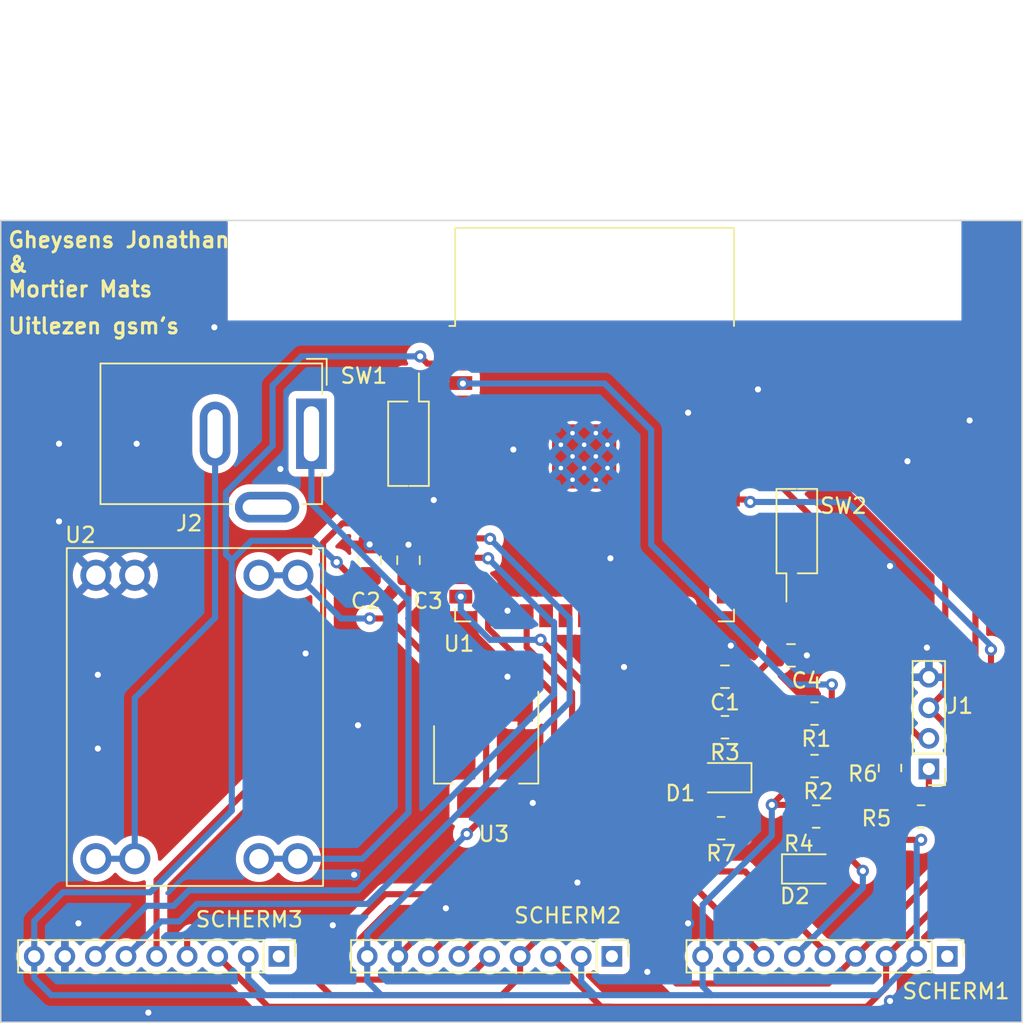
<source format=kicad_pcb>
(kicad_pcb (version 20221018) (generator pcbnew)
  (layers (0 "F.Cu" signal) (31 "B.Cu" signal) (34 "B.Paste" user) (35 "F.Paste" user) (36 "B.SilkS" user "B.Silkscreen") (37 "F.SilkS" user "F.Silkscreen") (38 "B.Mask" user) (39 "F.Mask" user) (44 "Edge.Cuts" user))
  (net 0 "")
  (net 1 "+3.3V")
  (net 2 "GND")
  (net 3 "VDD")
  (net 4 "Net-(D1-K)")
  (net 5 "GPIO2")
  (net 6 "Net-(D2-A)")
  (net 7 "RX0")
  (net 8 "TX0")
  (net 9 "Net-(J2-Pad1)")
  (net 10 "Net-(J2-Pad2)")
  (net 11 "/EN")
  (net 12 "GPIO0")
  (net 13 "GPIO5")
  (net 15 "GPIO18")
  (net 16 "GPIO23")
  (net 17 "GPIO4")
  (net 18 "GPIO15")
  (net 20 "GPIO14")
  (net 21 "GPIO12")
  (net 22 "GPIO13")
  (net 24 "GPIO25")
  (net 25 "GPIO26")
  (net 26 "GPIO27")
  (footprint "Resistor_SMD:R_0805_2012Metric_Pad1.20x1.40mm_HandSolder" (layer "F.Cu") (at 124.587 108.966 180)
    (fp_text reference "R7" (at 0 -1.65) (layer "F.SilkS"))
    (fp_text value "1K")
    (pad "1" smd roundrect (at -1 0 180) (size 1.2 1.4) (layers "F.Cu" "F.Paste" "F.Mask") (roundrect_rratio 0.208333) (net 4 "Net-(D1-K)"))
    (pad "2" smd roundrect (at 1 0 180) (size 1.2 1.4) (layers "F.Cu" "F.Paste" "F.Mask") (roundrect_rratio 0.208333) (net 2 "GND"))
  )
  (footprint "Resistor_SMD:R_0805_2012Metric_Pad1.20x1.40mm_HandSolder" (layer "F.Cu") (at 135.636 105.029 90)
    (fp_text reference "R6" (at -0.381 -1.778 180) (layer "F.SilkS"))
    (fp_text value "10K")
    (pad "1" smd roundrect (at -1 0 90) (size 1.2 1.4) (layers "F.Cu" "F.Paste" "F.Mask") (roundrect_rratio 0.208333) (net 1 "+3.3V"))
    (pad "2" smd roundrect (at 1 0 90) (size 1.2 1.4) (layers "F.Cu" "F.Paste" "F.Mask") (roundrect_rratio 0.208333) (net 13 "GPIO5"))
  )
  (footprint "Resistor_SMD:R_0805_2012Metric_Pad1.20x1.40mm_HandSolder" (layer "F.Cu") (at 124.841 102.362 180)
    (fp_text reference "R3" (at 0 -1.65) (layer "F.SilkS"))
    (fp_text value "10K")
    (pad "1" smd roundrect (at -1 0 180) (size 1.2 1.4) (layers "F.Cu" "F.Paste" "F.Mask") (roundrect_rratio 0.208333) (net 2 "GND"))
    (pad "2" smd roundrect (at 1 0 180) (size 1.2 1.4) (layers "F.Cu" "F.Paste" "F.Mask") (roundrect_rratio 0.208333) (net 5 "GPIO2"))
  )
  (footprint "Resistor_SMD:R_0805_2012Metric_Pad1.20x1.40mm_HandSolder" (layer "F.Cu") (at 130.699 101.473)
    (fp_text reference "R1" (at 0.111 1.651) (layer "F.SilkS"))
    (fp_text value "10K")
    (pad "1" smd roundrect (at -1 0) (size 1.2 1.4) (layers "F.Cu" "F.Paste" "F.Mask") (roundrect_rratio 0.208333) (net 1 "+3.3V"))
    (pad "2" smd roundrect (at 1 0) (size 1.2 1.4) (layers "F.Cu" "F.Paste" "F.Mask") (roundrect_rratio 0.208333) (net 11 "/EN"))
  )
  (footprint "LED_SMD:LED_0805_2012Metric_Pad1.15x1.40mm_HandSolder" (layer "F.Cu") (at 124.714 105.664 180)
    (fp_text reference "D1" (at 2.794 -1.016) (layer "F.SilkS"))
    (fp_text value "BLUE")
    (pad "1" smd roundrect (at -1.025 0 180) (size 1.15 1.4) (layers "F.Cu" "F.Paste" "F.Mask") (roundrect_rratio 0.217391) (net 4 "Net-(D1-K)"))
    (pad "2" smd roundrect (at 1.025 0 180) (size 1.15 1.4) (layers "F.Cu" "F.Paste" "F.Mask") (roundrect_rratio 0.217391) (net 5 "GPIO2"))
  )
  (footprint "Capacitor_SMD:C_0805_2012Metric_Pad1.18x1.45mm_HandSolder" (layer "F.Cu") (at 124.841 99.06 180)
    (fp_text reference "C1" (at 0 -1.68) (layer "F.SilkS"))
    (fp_text value "100uF/6.3V")
    (pad "1" smd roundrect (at -1.0375 0 180) (size 1.175 1.45) (layers "F.Cu" "F.Paste" "F.Mask") (roundrect_rratio 0.212766) (net 1 "+3.3V"))
    (pad "2" smd roundrect (at 1.0375 0 180) (size 1.175 1.45) (layers "F.Cu" "F.Paste" "F.Mask") (roundrect_rratio 0.212766) (net 2 "GND"))
  )
  (footprint "Capacitor_SMD:C_0805_2012Metric_Pad1.18x1.45mm_HandSolder" (layer "F.Cu") (at 104.14 91.44 90)
    (fp_text reference "C2" (at -2.667 -2.794 180) (layer "F.SilkS"))
    (fp_text value "10uF")
    (pad "1" smd roundrect (at -1.0375 0 90) (size 1.175 1.45) (layers "F.Cu" "F.Paste" "F.Mask") (roundrect_rratio 0.212766) (net 3 "VDD"))
    (pad "2" smd roundrect (at 1.0375 0 90) (size 1.175 1.45) (layers "F.Cu" "F.Paste" "F.Mask") (roundrect_rratio 0.212766) (net 2 "GND"))
  )
  (footprint "Connector_PinHeader_2.00mm:PinHeader_1x09_P2.00mm_Vertical" (layer "F.Cu") (at 95.661 117.348 -90)
    (fp_text reference "SCHERM3" (at -2.413 1.935 -180) (layer "F.SilkS"))
    (fp_text value "Conn_01x09_Pin")
    (pad "1" thru_hole rect (at 0 0 270) (size 1.35 1.35) (drill 0.8) (layers "*.Cu" "*.Mask"))
    (pad "2" thru_hole oval (at 0 2 270) (size 1.35 1.35) (drill 0.8) (layers "*.Cu" "*.Mask") (net 1 "+3.3V"))
    (pad "3" thru_hole oval (at 0 4 270) (size 1.35 1.35) (drill 0.8) (layers "*.Cu" "*.Mask") (net 15 "GPIO18"))
    (pad "4" thru_hole oval (at 0 6 270) (size 1.35 1.35) (drill 0.8) (layers "*.Cu" "*.Mask") (net 16 "GPIO23"))
    (pad "5" thru_hole oval (at 0 8 270) (size 1.35 1.35) (drill 0.8) (layers "*.Cu" "*.Mask") (net 24 "GPIO25"))
    (pad "6" thru_hole oval (at 0 10 270) (size 1.35 1.35) (drill 0.8) (layers "*.Cu" "*.Mask") (net 25 "GPIO26"))
    (pad "7" thru_hole oval (at 0 12 270) (size 1.35 1.35) (drill 0.8) (layers "*.Cu" "*.Mask") (net 26 "GPIO27"))
    (pad "8" thru_hole oval (at 0 14 270) (size 1.35 1.35) (drill 0.8) (layers "*.Cu" "*.Mask") (net 2 "GND"))
    (pad "9" thru_hole oval (at 0 16 270) (size 1.35 1.35) (drill 0.8) (layers "*.Cu" "*.Mask") (net 1 "+3.3V"))
  )
  (footprint "Resistor_SMD:R_0805_2012Metric_Pad1.20x1.40mm_HandSolder" (layer "F.Cu") (at 137.668 108.204)
    (fp_text reference "R5" (at -2.921 0.127) (layer "F.SilkS"))
    (fp_text value "10K")
    (pad "1" smd roundrect (at -1 0) (size 1.2 1.4) (layers "F.Cu" "F.Paste" "F.Mask") (roundrect_rratio 0.208333) (net 1 "+3.3V"))
    (pad "2" smd roundrect (at 1 0) (size 1.2 1.4) (layers "F.Cu" "F.Paste" "F.Mask") (roundrect_rratio 0.208333) (net 8 "TX0"))
  )
  (footprint "Resistor_SMD:R_0805_2012Metric_Pad1.20x1.40mm_HandSolder" (layer "F.Cu") (at 130.699 104.902)
    (fp_text reference "R2" (at 0.238 1.651) (layer "F.SilkS"))
    (fp_text value "10K")
    (pad "1" smd roundrect (at -1 0) (size 1.2 1.4) (layers "F.Cu" "F.Paste" "F.Mask") (roundrect_rratio 0.208333) (net 1 "+3.3V"))
    (pad "2" smd roundrect (at 1 0) (size 1.2 1.4) (layers "F.Cu" "F.Paste" "F.Mask") (roundrect_rratio 0.208333) (net 12 "GPIO0"))
  )
  (footprint "Library:U1584" (layer "F.Cu") (at 90.297 90.646)
    (fp_text reference "U2" (at -7.62 -0.857 unlocked) (layer "F.SilkS"))
    (fp_text value "MP1584")
    (pad "1" thru_hole circle (at -6.604 20.32) (size 2.032 2.032) (drill 1.27) (layers "*.Cu" "*.Mask") (net 10 "Net-(J2-Pad2)"))
    (pad "2" thru_hole circle (at -4.064 20.32) (size 2.032 2.032) (drill 1.27) (layers "*.Cu" "*.Mask") (net 10 "Net-(J2-Pad2)"))
    (pad "3" thru_hole circle (at 4.064 20.32) (size 2.032 2.032) (drill 1.27) (layers "*.Cu" "*.Mask") (net 9 "Net-(J2-Pad1)"))
    (pad "4" thru_hole circle (at 6.604 20.32) (size 2.032 2.032) (drill 1.27) (layers "*.Cu" "*.Mask") (net 9 "Net-(J2-Pad1)"))
    (pad "5" thru_hole circle (at 6.604 1.778) (size 2.032 2.032) (drill 1.27) (layers "*.Cu" "*.Mask") (net 3 "VDD"))
    (pad "6" thru_hole circle (at 4.064 1.778) (size 2.032 2.032) (drill 1.27) (layers "*.Cu" "*.Mask") (net 3 "VDD"))
    (pad "7" thru_hole circle (at -4.064 1.778) (size 2.032 2.032) (drill 1.27) (layers "*.Cu" "*.Mask") (net 2 "GND"))
    (pad "8" thru_hole circle (at -6.604 1.778) (size 2.032 2.032) (drill 1.27) (layers "*.Cu" "*.Mask") (net 2 "GND"))
  )
  (footprint "Connector_PinHeader_2.00mm:PinHeader_1x09_P2.00mm_Vertical" (layer "F.Cu") (at 139.381 117.348 -90)
    (fp_text reference "SCHERM1" (at 2.286 -0.573 -180) (layer "F.SilkS"))
    (fp_text value "Conn_01x09_Pin")
    (pad "1" thru_hole rect (at 0 0 270) (size 1.35 1.35) (drill 0.8) (layers "*.Cu" "*.Mask"))
    (pad "2" thru_hole oval (at 0 2 270) (size 1.35 1.35) (drill 0.8) (layers "*.Cu" "*.Mask") (net 1 "+3.3V"))
    (pad "3" thru_hole oval (at 0 4 270) (size 1.35 1.35) (drill 0.8) (layers "*.Cu" "*.Mask") (net 15 "GPIO18"))
    (pad "4" thru_hole oval (at 0 6 270) (size 1.35 1.35) (drill 0.8) (layers "*.Cu" "*.Mask") (net 16 "GPIO23"))
    (pad "5" thru_hole oval (at 0 8 270) (size 1.35 1.35) (drill 0.8) (layers "*.Cu" "*.Mask") (net 5 "GPIO2"))
    (pad "6" thru_hole oval (at 0 10 270) (size 1.35 1.35) (drill 0.8) (layers "*.Cu" "*.Mask") (net 17 "GPIO4"))
    (pad "7" thru_hole oval (at 0 12 270) (size 1.35 1.35) (drill 0.8) (layers "*.Cu" "*.Mask") (net 18 "GPIO15"))
    (pad "8" thru_hole oval (at 0 14 270) (size 1.35 1.35) (drill 0.8) (layers "*.Cu" "*.Mask") (net 2 "GND"))
    (pad "9" thru_hole oval (at 0 16 270) (size 1.35 1.35) (drill 0.8) (layers "*.Cu" "*.Mask") (net 1 "+3.3V"))
  )
  (footprint "Connector_PinHeader_2.00mm:PinHeader_1x04_P2.00mm_Vertical" (layer "F.Cu") (at 138.176 105.092 180)
    (fp_text reference "J1" (at -2.032 4.127) (layer "F.SilkS"))
    (fp_text value "Conn_01x04_Pin")
    (pad "1" thru_hole rect (at 0 0 180) (size 1.35 1.35) (drill 0.8) (layers "*.Cu" "*.Mask") (net 1 "+3.3V"))
    (pad "2" thru_hole oval (at 0 2 180) (size 1.35 1.35) (drill 0.8) (layers "*.Cu" "*.Mask") (net 7 "RX0"))
    (pad "3" thru_hole oval (at 0 4 180) (size 1.35 1.35) (drill 0.8) (layers "*.Cu" "*.Mask") (net 8 "TX0"))
    (pad "4" thru_hole oval (at 0 6 180) (size 1.35 1.35) (drill 0.8) (layers "*.Cu" "*.Mask") (net 2 "GND"))
  )
  (footprint "Capacitor_SMD:C_0805_2012Metric_Pad1.18x1.45mm_HandSolder" (layer "F.Cu") (at 129.159 97.663)
    (fp_text reference "C4" (at 1.016 1.651) (layer "F.SilkS"))
    (fp_text value "10uF")
    (pad "1" smd roundrect (at -1.0375 0) (size 1.175 1.45) (layers "F.Cu" "F.Paste" "F.Mask") (roundrect_rratio 0.212766) (net 1 "+3.3V"))
    (pad "2" smd roundrect (at 1.0375 0) (size 1.175 1.45) (layers "F.Cu" "F.Paste" "F.Mask") (roundrect_rratio 0.212766) (net 2 "GND"))
  )
  (footprint "Resistor_SMD:R_0805_2012Metric_Pad1.20x1.40mm_HandSolder" (layer "F.Cu") (at 130.81 108.204)
    (fp_text reference "R4" (at -1.143 1.778) (layer "F.SilkS"))
    (fp_text value "1K")
    (pad "1" smd roundrect (at -1 0) (size 1.2 1.4) (layers "F.Cu" "F.Paste" "F.Mask") (roundrect_rratio 0.208333) (net 1 "+3.3V"))
    (pad "2" smd roundrect (at 1 0) (size 1.2 1.4) (layers "F.Cu" "F.Paste" "F.Mask") (roundrect_rratio 0.208333) (net 6 "Net-(D2-A)"))
  )
  (footprint "Package_TO_SOT_SMD:SOT-223-3_TabPin2" (layer "F.Cu") (at 109.22 104.14 -90)
    (fp_text reference "U3" (at 5.207 -0.508 -180) (layer "F.SilkS"))
    (fp_text value "AMS1117-3.3")
    (pad "1" smd rect (at -3.15 -2.3 270) (size 2 1.5) (layers "F.Cu" "F.Paste" "F.Mask") (net 2 "GND"))
    (pad "2" smd rect (at -3.15 0 270) (size 2 1.5) (layers "F.Cu" "F.Paste" "F.Mask") (net 1 "+3.3V"))
    (pad "2" smd rect (at 3.15 0 270) (size 2 3.8) (layers "F.Cu" "F.Paste" "F.Mask") (net 1 "+3.3V"))
    (pad "3" smd rect (at -3.15 2.3 270) (size 2 1.5) (layers "F.Cu" "F.Paste" "F.Mask") (net 3 "VDD"))
  )
  (footprint "Button_Switch_SMD:SW_DIP_SPSTx01_Slide_Copal_CHS-01B_W7.62mm_P1.27mm" (layer "F.Cu") (at 129.54 89.535 90)
    (fp_text reference "SW2" (at 1.651 3.048 180) (layer "F.SilkS"))
    (fp_text value "FLASH")
    (pad "1" smd rect (at -3.81 0 90) (size 1.6 0.76) (layers "F.Cu" "F.Paste" "F.Mask") (net 12 "GPIO0"))
    (pad "2" smd rect (at 3.81 0 90) (size 1.6 0.76) (layers "F.Cu" "F.Paste" "F.Mask") (net 2 "GND"))
  )
  (footprint "Connector_BarrelJack:BarrelJack_GCT_DCJ200-10-A_Horizontal" (layer "F.Cu") (at 97.79 83.17 -90)
    (fp_text reference "J2" (at 5.857 8.001 -180) (layer "F.SilkS"))
    (fp_text value "Barrel_Jack")
    (pad "1" thru_hole rect (at 0 0 270) (size 4.6 2) (drill oval 3.6 1) (layers "*.Cu" "*.Mask") (net 9 "Net-(J2-Pad1)"))
    (pad "2" thru_hole oval (at 0 6.3 270) (size 4.2 2) (drill oval 3.2 1) (layers "*.Cu" "*.Mask") (net 10 "Net-(J2-Pad2)"))
    (pad "3" thru_hole oval (at 4.8 2.9 270) (size 2 4.2) (drill oval 1 3.2) (layers "*.Cu" "*.Mask"))
  )
  (footprint "Capacitor_SMD:C_0805_2012Metric_Pad1.18x1.45mm_HandSolder" (layer "F.Cu") (at 101.6 91.44 -90)
    (fp_text reference "C3" (at 2.667 -3.81 -180) (layer "F.SilkS"))
    (fp_text value "100nF")
    (pad "1" smd roundrect (at -1.0375 0 270) (size 1.175 1.45) (layers "F.Cu" "F.Paste" "F.Mask") (roundrect_rratio 0.212766) (net 2 "GND"))
    (pad "2" smd roundrect (at 1.0375 0 270) (size 1.175 1.45) (layers "F.Cu" "F.Paste" "F.Mask") (roundrect_rratio 0.212766) (net 1 "+3.3V"))
  )
  (footprint "RF_Module:ESP32-WROOM-32" (layer "F.Cu") (at 116.31 85.56)
    (fp_text reference "U1" (at -8.868 11.341 180) (layer "F.SilkS"))
    (fp_text value "ESP32-WROOM-32")
    (pad "1" smd rect (at -8.75 -8.25) (size 1.5 0.9) (layers "F.Cu" "F.Paste" "F.Mask") (net 2 "GND"))
    (pad "2" smd rect (at -8.75 -6.98) (size 1.5 0.9) (layers "F.Cu" "F.Paste" "F.Mask") (net 1 "+3.3V"))
    (pad "3" smd rect (at -8.75 -5.71) (size 1.5 0.9) (layers "F.Cu" "F.Paste" "F.Mask") (net 11 "/EN"))
    (pad "4" smd rect (at -8.75 -4.44) (size 1.5 0.9) (layers "F.Cu" "F.Paste" "F.Mask"))
    (pad "5" smd rect (at -8.75 -3.17) (size 1.5 0.9) (layers "F.Cu" "F.Paste" "F.Mask"))
    (pad "6" smd rect (at -8.75 -1.9) (size 1.5 0.9) (layers "F.Cu" "F.Paste" "F.Mask"))
    (pad "7" smd rect (at -8.75 -0.63) (size 1.5 0.9) (layers "F.Cu" "F.Paste" "F.Mask"))
    (pad "8" smd rect (at -8.75 0.64) (size 1.5 0.9) (layers "F.Cu" "F.Paste" "F.Mask"))
    (pad "9" smd rect (at -8.75 1.91) (size 1.5 0.9) (layers "F.Cu" "F.Paste" "F.Mask"))
    (pad "10" smd rect (at -8.75 3.18) (size 1.5 0.9) (layers "F.Cu" "F.Paste" "F.Mask") (net 24 "GPIO25"))
    (pad "11" smd rect (at -8.75 4.45) (size 1.5 0.9) (layers "F.Cu" "F.Paste" "F.Mask") (net 25 "GPIO26"))
    (pad "12" smd rect (at -8.75 5.72) (size 1.5 0.9) (layers "F.Cu" "F.Paste" "F.Mask") (net 26 "GPIO27"))
    (pad "13" smd rect (at -8.75 6.99) (size 1.5 0.9) (layers "F.Cu" "F.Paste" "F.Mask") (net 20 "GPIO14"))
    (pad "14" smd rect (at -8.75 8.26) (size 1.5 0.9) (layers "F.Cu" "F.Paste" "F.Mask") (net 21 "GPIO12"))
    (pad "15" smd rect (at -5.71 9.51 90) (size 1.5 0.9) (layers "F.Cu" "F.Paste" "F.Mask") (net 2 "GND"))
    (pad "16" smd rect (at -4.44 9.51 90) (size 1.5 0.9) (layers "F.Cu" "F.Paste" "F.Mask") (net 22 "GPIO13"))
    (pad "17" smd rect (at -3.17 9.51 90) (size 1.5 0.9) (layers "F.Cu" "F.Paste" "F.Mask"))
    (pad "18" smd rect (at -1.9 9.51 90) (size 1.5 0.9) (layers "F.Cu" "F.Paste" "F.Mask"))
    (pad "19" smd rect (at -0.63 9.51 90) (size 1.5 0.9) (layers "F.Cu" "F.Paste" "F.Mask"))
    (pad "20" smd rect (at 0.64 9.51 90) (size 1.5 0.9) (layers "F.Cu" "F.Paste" "F.Mask"))
    (pad "21" smd rect (at 1.91 9.51 90) (size 1.5 0.9) (layers "F.Cu" "F.Paste" "F.Mask"))
    (pad "22" smd rect (at 3.18 9.51 90) (size 1.5 0.9) (layers "F.Cu" "F.Paste" "F.Mask"))
    (pad "23" smd rect (at 4.45 9.51 90) (size 1.5 0.9) (layers "F.Cu" "F.Paste" "F.Mask") (net 18 "GPIO15"))
    (pad "24" smd rect (at 5.72 9.51 90) (size 1.5 0.9) (layers "F.Cu" "F.Paste" "F.Mask") (net 5 "GPIO2"))
    (pad "25" smd rect (at 8.75 8.26) (size 1.5 0.9) (layers "F.Cu" "F.Paste" "F.Mask") (net 12 "GPIO0"))
    (pad "26" smd rect (at 8.75 6.99) (size 1.5 0.9) (layers "F.Cu" "F.Paste" "F.Mask") (net 17 "GPIO4"))
    (pad "27" smd rect (at 8.75 5.72) (size 1.5 0.9) (layers "F.Cu" "F.Paste" "F.Mask"))
    (pad "28" smd rect (at 8.75 4.45) (size 1.5 0.9) (layers "F.Cu" "F.Paste" "F.Mask"))
    (pad "29" smd rect (at 8.75 3.18) (size 1.5 0.9) (layers "F.Cu" "F.Paste" "F.Mask") (net 13 "GPIO5"))
    (pad "30" smd rect (at 8.75 1.91) (size 1.5 0.9) (layers "F.Cu" "F.Paste" "F.Mask") (net 15 "GPIO18"))
    (pad "31" smd rect (at 8.75 0.64) (size 1.5 0.9) (layers "F.Cu" "F.Paste" "F.Mask"))
    (pad "32" smd rect (at 8.75 -0.63) (size 1.5 0.9) (layers "F.Cu" "F.Paste" "F.Mask"))
    (pad "33" smd rect (at 8.75 -1.9) (size 1.5 0.9) (layers "F.Cu" "F.Paste" "F.Mask"))
    (pad "34" smd rect (at 8.75 -3.17) (size 1.5 0.9) (layers "F.Cu" "F.Paste" "F.Mask") (net 7 "RX0"))
    (pad "35" smd rect (at 8.75 -4.44) (size 1.5 0.9) (layers "F.Cu" "F.Paste" "F.Mask") (net 8 "TX0"))
    (pad "36" smd rect (at 8.75 -5.71) (size 1.5 0.9) (layers "F.Cu" "F.Paste" "F.Mask"))
    (pad "37" smd rect (at 8.75 -6.98) (size 1.5 0.9) (layers "F.Cu" "F.Paste" "F.Mask") (net 16 "GPIO23"))
    (pad "38" smd rect (at 8.75 -8.25) (size 1.5 0.9) (layers "F.Cu" "F.Paste" "F.Mask") (net 2 "GND"))
    (pad "39" smd rect (at -2.205 -2.435) (size 1.05 1.05) (layers "F.Cu" "F.Paste") (net 2 "GND"))
    (pad "39" thru_hole circle (at -2.205 -1.6725) (size 0.6 0.6) (drill 0.3) (property pad_prop_heatsink) (layers "*.Cu" "F.Mask") (net 2 "GND"))
    (pad "39" smd rect (at -2.205 -0.91) (size 1.05 1.05) (layers "F.Cu" "F.Paste") (net 2 "GND"))
    (pad "39" thru_hole circle (at -2.205 -0.1475) (size 0.6 0.6) (drill 0.3) (property pad_prop_heatsink) (layers "*.Cu" "F.Mask") (net 2 "GND"))
    (pad "39" smd rect (at -2.205 0.615) (size 1.05 1.05) (layers "F.Cu" "F.Paste") (net 2 "GND"))
    (pad "39" thru_hole circle (at -1.4425 -2.435) (size 0.6 0.6) (drill 0.3) (property pad_prop_heatsink) (layers "*.Cu" "F.Mask") (net 2 "GND"))
    (pad "39" thru_hole circle (at -1.4425 -0.91) (size 0.6 0.6) (drill 0.3) (property pad_prop_heatsink) (layers "*.Cu" "F.Mask") (net 2 "GND"))
    (pad "39" thru_hole circle (at -1.4425 0.615) (size 0.6 0.6) (drill 0.3) (property pad_prop_heatsink) (layers "*.Cu" "F.Mask") (net 2 "GND"))
    (pad "39" smd rect (at -0.68 -2.435) (size 1.05 1.05) (layers "F.Cu" "F.Paste") (net 2 "GND"))
    (pad "39" thru_hole circle (at -0.68 -1.6725) (size 0.6 0.6) (drill 0.3) (property pad_prop_heatsink) (layers "*.Cu" "F.Mask") (net 2 "GND"))
    (pad "39" smd rect (at -0.68 -0.91) (size 1.05 1.05) (layers "F.Cu" "F.Paste") (net 2 "GND"))
    (pad "39" smd rect (at -0.68 -0.91) (size 4.2 4.2) (layers "F.Cu" "F.Mask") (net 2 "GND"))
    (pad "39" thru_hole circle (at -0.68 -0.1475) (size 0.6 0.6) (drill 0.3) (property pad_prop_heatsink) (layers "*.Cu" "F.Mask") (net 2 "GND"))
    (pad "39" smd rect (at -0.68 0.615) (size 1.05 1.05) (layers "F.Cu" "F.Paste") (net 2 "GND"))
    (pad "39" thru_hole circle (at 0.0825 -2.435) (size 0.6 0.6) (drill 0.3) (property pad_prop_heatsink) (layers "*.Cu" "F.Mask") (net 2 "GND"))
    (pad "39" thru_hole circle (at 0.0825 -0.91) (size 0.6 0.6) (drill 0.3) (property pad_prop_heatsink) (layers "*.Cu" "F.Mask") (net 2 "GND"))
    (pad "39" thru_hole circle (at 0.0825 0.615) (size 0.6 0.6) (drill 0.3) (property pad_prop_heatsink) (layers "*.Cu" "F.Mask") (net 2 "GND"))
    (pad "39" smd rect (at 0.845 -2.435) (size 1.05 1.05) (layers "F.Cu" "F.Paste") (net 2 "GND"))
    (pad "39" thru_hole circle (at 0.845 -1.6725) (size 0.6 0.6) (drill 0.3) (property pad_prop_heatsink) (layers "*.Cu" "F.Mask") (net 2 "GND"))
    (pad "39" smd rect (at 0.845 -0.91) (size 1.05 1.05) (layers "F.Cu" "F.Paste") (net 2 "GND"))
    (pad "39" thru_hole circle (at 0.845 -0.1475) (size 0.6 0.6) (drill 0.3) (property pad_prop_heatsink) (layers "*.Cu" "F.Mask") (net 2 "GND"))
    (pad "39" smd rect (at 0.845 0.615) (size 1.05 1.05) (layers "F.Cu" "F.Paste") (net 2 "GND"))
    (zone (net 0) (net_name "") (layers "F.Cu" "In1.Cu" "B.Cu") (connect_pads (clearance 0)) (min_thickness 0.254)
      (keepout (tracks not_allowed) (vias not_allowed) (pads not_allowed) (copperpour not_allowed) (footprints not_allowed))
      (fill (thermal_gap 0.508) (thermal_bridge_width 0.508))
      (polygon (pts (xy 92.31 75.76) (xy 140.31 75.76) (xy 140.31 54.82) (xy 92.31 54.82)))
    )
  )
  (footprint "Connector_PinHeader_2.00mm:PinHeader_1x09_P2.00mm_Vertical" (layer "F.Cu") (at 117.441 117.348 -90)
    (fp_text reference "SCHERM2" (at -2.667 2.887 -180) (layer "F.SilkS"))
    (fp_text value "Conn_01x09_Pin")
    (pad "1" thru_hole rect (at 0 0 270) (size 1.35 1.35) (drill 0.8) (layers "*.Cu" "*.Mask"))
    (pad "2" thru_hole oval (at 0 2 270) (size 1.35 1.35) (drill 0.8) (layers "*.Cu" "*.Mask") (net 1 "+3.3V"))
    (pad "3" thru_hole oval (at 0 4 270) (size 1.35 1.35) (drill 0.8) (layers "*.Cu" "*.Mask") (net 15 "GPIO18"))
    (pad "4" thru_hole oval (at 0 6 270) (size 1.35 1.35) (drill 0.8) (layers "*.Cu" "*.Mask") (net 16 "GPIO23"))
    (pad "5" thru_hole oval (at 0 8 270) (size 1.35 1.35) (drill 0.8) (layers "*.Cu" "*.Mask") (net 20 "GPIO14"))
    (pad "6" thru_hole oval (at 0 10 270) (size 1.35 1.35) (drill 0.8) (layers "*.Cu" "*.Mask") (net 21 "GPIO12"))
    (pad "7" thru_hole oval (at 0 12 270) (size 1.35 1.35) (drill 0.8) (layers "*.Cu" "*.Mask") (net 22 "GPIO13"))
    (pad "8" thru_hole oval (at 0 14 270) (size 1.35 1.35) (drill 0.8) (layers "*.Cu" "*.Mask") (net 2 "GND"))
    (pad "9" thru_hole oval (at 0 16 270) (size 1.35 1.35) (drill 0.8) (layers "*.Cu" "*.Mask") (net 1 "+3.3V"))
  )
  (footprint "LED_SMD:LED_0805_2012Metric_Pad1.15x1.40mm_HandSolder" (layer "F.Cu") (at 130.429 111.633)
    (fp_text reference "D2" (at -1.016 1.778) (layer "F.SilkS"))
    (fp_text value "PWR")
    (pad "1" smd roundrect (at -1.025 0) (size 1.15 1.4) (layers "F.Cu" "F.Paste" "F.Mask") (roundrect_rratio 0.217391) (net 2 "GND"))
    (pad "2" smd roundrect (at 1.025 0) (size 1.15 1.4) (layers "F.Cu" "F.Paste" "F.Mask") (roundrect_rratio 0.217391) (net 6 "Net-(D2-A)"))
  )
  (footprint "Button_Switch_SMD:SW_DIP_SPSTx01_Slide_Copal_CHS-01B_W7.62mm_P1.27mm" (layer "F.Cu") (at 104.14 83.82 -90)
    (fp_text reference "SW1" (at -4.445 2.921 -180) (layer "F.SilkS"))
    (fp_text value "EN")
    (pad "1" smd rect (at -3.81 0 270) (size 1.6 0.76) (layers "F.Cu" "F.Paste" "F.Mask") (net 11 "/EN"))
    (pad "2" smd rect (at 3.81 0 270) (size 1.6 0.76) (layers "F.Cu" "F.Paste" "F.Mask") (net 2 "GND"))
  )
  (gr_rect (start 77.47 69.215) (end 144.272 121.666) (stroke (width 0.1)) (fill none) (layer "Edge.Cuts"))
  (gr_text "Uitlezen gsm's" (at 77.851 76.708) (layer "F.SilkS") (effects (font (size 1 1) (thickness 0.2) bold) (justify left bottom)))
  (gr_text "Gheysens Jonathan\n&\nMortier Mats" (at 77.851 74.295) (layer "F.SilkS") (effects (font (size 1 1) (thickness 0.2) bold) (justify left bottom)))
  (segment (start 125.8785 99.06) (end 126.7245 99.06) (width 0.4) (layer "F.Cu") (net 1))
  (segment (start 129.699 105.648) (end 127.905 107.442) (width 0.4) (layer "F.Cu") (net 1))
  (segment (start 109.22 108.077) (end 109.22 107.29) (width 0.4) (layer "F.Cu") (net 1))
  (segment (start 109.22 107.29) (end 109.22 100.99) (width 0.4) (layer "F.Cu") (net 1))
  (segment (start 129.699 101.473) (end 129.699 104.902) (width 0.4) (layer "F.Cu") (net 1))
  (segment (start 99.441 91.567) (end 100.3515 92.4775) (width 0.4) (layer "F.Cu") (net 1))
  (segment (start 107.95 109.347) (end 109.22 108.077) (width 0.4) (layer "F.Cu") (net 1))
  (segment (start 136.652 109.728) (end 136.144 109.22) (width 0.4) (layer "F.Cu") (net 1))
  (segment (start 127.905 107.442) (end 129.048 107.442) (width 0.4) (layer "F.Cu") (net 1))
  (segment (start 104.902 78.105) (end 105.377 78.58) (width 0.4) (layer "F.Cu") (net 1))
  (segment (start 136.668 107.172) (end 136.668 108.204) (width 0.4) (layer "F.Cu") (net 1))
  (segment (start 100.3515 92.4775) (end 101.6 92.4775) (width 0.4) (layer "F.Cu") (net 1))
  (segment (start 136.668 107.172) (end 135.636 106.14) (width 0.4) (layer "F.Cu") (net 1))
  (segment (start 105.377 78.58) (end 107.56 78.58) (width 0.4) (layer "F.Cu") (net 1))
  (segment (start 136.144 109.22) (end 136.144 108.728) (width 0.4) (layer "F.Cu") (net 1))
  (segment (start 125.8785 99.06) (end 127.286 99.06) (width 0.4) (layer "F.Cu") (net 1))
  (segment (start 129.699 104.902) (end 129.699 105.648) (width 0.4) (layer "F.Cu") (net 1))
  (segment (start 138.176 106.696) (end 136.668 108.204) (width 0.4) (layer "F.Cu") (net 1))
  (segment (start 135.636 106.14) (end 135.636 106.029) (width 0.4) (layer "F.Cu") (net 1))
  (segment (start 138.176 105.092) (end 138.176 106.696) (width 0.4) (layer "F.Cu") (net 1))
  (segment (start 129.048 107.442) (end 129.81 108.204) (width 0.4) (layer "F.Cu") (net 1))
  (segment (start 137.668 109.728) (end 136.652 109.728) (width 0.4) (layer "F.Cu") (net 1))
  (segment (start 127.286 99.06) (end 129.699 101.473) (width 0.4) (layer "F.Cu") (net 1))
  (segment (start 126.7245 99.06) (end 128.1215 97.663) (width 0.4) (layer "F.Cu") (net 1))
  (via (at 137.668 109.728) (size 0.8) (drill 0.4) (layers "F.Cu" "B.Cu") (net 1))
  (via (at 107.95 109.347) (size 0.8) (drill 0.4) (layers "F.Cu" "B.Cu") (net 1))
  (via (at 99.441 91.567) (size 0.8) (drill 0.4) (layers "F.Cu" "B.Cu") (net 1))
  (via (at 104.902 78.105) (size 0.8) (drill 0.4) (layers "F.Cu" "B.Cu") (net 1))
  (via (at 127.905 107.442) (size 0.8) (drill 0.4) (layers "F.Cu" "B.Cu") (net 1))
  (segment (start 79.661 117.348) (end 79.661 118.778) (width 0.4) (layer "B.Cu") (net 1))
  (segment (start 95.25 80.01) (end 97.155 78.105) (width 0.4) (layer "B.Cu") (net 1))
  (segment (start 95.25 83.947) (end 95.25 80.01) (width 0.4) (layer "B.Cu") (net 1))
  (segment (start 92.583 107.823) (end 92.583 91.44) (width 0.4) (layer "B.Cu") (net 1))
  (segment (start 92.202 91.059) (end 92.202 86.995) (width 0.4) (layer "B.Cu") (net 1))
  (segment (start 137.668 109.728) (end 137.381 110.015) (width 0.4) (layer "B.Cu") (net 1))
  (segment (start 93.853 90.17) (end 95.377 90.17) (width 0.4) (layer "B.Cu") (net 1))
  (segment (start 127.905 107.442) (end 127.905 109.457) (width 0.4) (layer "B.Cu") (net 1))
  (segment (start 101.441 118.968) (end 101.441 117.348) (width 0.4) (layer "B.Cu") (net 1))
  (segment (start 87.249 113.157) (end 89.281 111.125) (width 0.4) (layer "B.Cu") (net 1))
  (segment (start 79.661 118.778) (end 80.771 119.888) (width 0.4) (layer "B.Cu") (net 1))
  (segment (start 93.661 118.808) (end 93.661 117.348) (width 0.4) (layer "B.Cu") (net 1))
  (segment (start 97.155 78.105) (end 104.902 78.105) (width 0.4) (layer "B.Cu") (net 1))
  (segment (start 123.951 119.888) (end 116.331 119.888) (width 0.4) (layer "B.Cu") (net 1))
  (segment (start 115.441 118.998) (end 115.441 117.348) (width 0.4) (layer "B.Cu") (net 1))
  (segment (start 123.951 119.888) (end 123.381 119.318) (width 0.4) (layer "B.Cu") (net 1))
  (segment (start 94.741 119.888) (end 96.647 119.888) (width 0.4) (layer "B.Cu") (net 1))
  (segment (start 92.202 86.995) (end 95.25 83.947) (width 0.4) (layer "B.Cu") (net 1))
  (segment (start 94.741 119.888) (end 93.661 118.808) (width 0.4) (layer "B.Cu") (net 1))
  (segment (start 81.534 113.157) (end 87.249 113.157) (width 0.4) (layer "B.Cu") (net 1))
  (segment (start 137.381 110.015) (end 137.381 117.348) (width 0.4) (layer "B.Cu") (net 1))
  (segment (start 92.583 91.44) (end 92.202 91.059) (width 0.4) (layer "B.Cu") (net 1))
  (segment (start 101.441 115.856) (end 107.95 109.347) (width 0.4) (layer "B.Cu") (net 1))
  (segment (start 94.741 119.888) (end 80.771 119.888) (width 0.4) (layer "B.Cu") (net 1))
  (segment (start 102.361 119.888) (end 101.441 118.968) (width 0.4) (layer "B.Cu") (net 1))
  (segment (start 127.905 109.457) (end 123.381 113.981) (width 0.4) (layer "B.Cu") (net 1))
  (segment (start 95.377 90.17) (end 97.917 90.17) (width 0.4) (layer "B.Cu") (net 1))
  (segment (start 89.281 111.125) (end 92.583 107.823) (width 0.4) (layer "B.Cu") (net 1))
  (segment (start 79.661 117.348) (end 79.661 115.03) (width 0.4) (layer "B.Cu") (net 1))
  (segment (start 116.331 119.888) (end 115.441 118.998) (width 0.4) (layer "B.Cu") (net 1))
  (segment (start 116.331 119.888) (end 102.361 119.888) (width 0.4) (layer "B.Cu") (net 1))
  (segment (start 101.441 117.348) (end 101.441 115.856) (width 0.4) (layer "B.Cu") (net 1))
  (segment (start 134.841 119.888) (end 123.951 119.888) (width 0.4) (layer "B.Cu") (net 1))
  (segment (start 137.381 117.348) (end 134.841 119.888) (width 0.4) (layer "B.Cu") (net 1))
  (segment (start 79.661 115.03) (end 81.534 113.157) (width 0.4) (layer "B.Cu") (net 1))
  (segment (start 123.381 113.981) (end 123.381 117.348) (width 0.4) (layer "B.Cu") (net 1))
  (segment (start 123.381 119.318) (end 123.381 117.348) (width 0.4) (layer "B.Cu") (net 1))
  (segment (start 96.647 119.888) (end 102.361 119.888) (width 0.4) (layer "B.Cu") (net 1))
  (segment (start 97.917 90.17) (end 99.441 91.567) (width 0.4) (layer "B.Cu") (net 1))
  (segment (start 92.583 91.44) (end 93.853 90.17) (width 0.4) (layer "B.Cu") (net 1))
  (segment (start 115.63 83.8875) (end 115.63 84.65) (width 0.4) (layer "F.Cu") (net 2))
  (segment (start 114.8675 84.65) (end 115.63 84.65) (width 0.4) (layer "F.Cu") (net 2))
  (segment (start 116.3925 86.175) (end 117.155 85.4125) (width 0.4) (layer "F.Cu") (net 2))
  (segment (start 116.3925 86.175) (end 117.155 86.175) (width 0.4) (layer "F.Cu") (net 2))
  (segment (start 114.105 85.4125) (end 114.105 86.175) (width 0.4) (layer "F.Cu") (net 2))
  (segment (start 106.5845 114.2045) (end 103.441 117.348) (width 0.4) (layer "F.Cu") (net 2))
  (segment (start 115.63 84.65) (end 116.3925 84.65) (width 0.4) (layer "F.Cu") (net 2))
  (segment (start 115.63 86.175) (end 116.3925 86.175) (width 0.4) (layer "F.Cu") (net 2))
  (segment (start 114.105 83.125) (end 114.8675 83.125) (width 0.4) (layer "F.Cu") (net 2))
  (segment (start 114.8675 83.125) (end 114.105 83.8875) (width 0.4) (layer "F.Cu") (net 2))
  (segment (start 114.105 83.125) (end 114.105 83.8875) (width 0.4) (layer "F.Cu") (net 2))
  (segment (start 116.3925 83.125) (end 115.63 83.125) (width 0.4) (layer "F.Cu") (net 2))
  (segment (start 116.3925 83.125) (end 117.155 83.125) (width 0.4) (layer "F.Cu") (net 2))
  (segment (start 114.8675 84.65) (end 114.105 85.4125) (width 0.4) (layer "F.Cu") (net 2))
  (segment (start 117.155 85.4125) (end 117.155 86.175) (width 0.4) (layer "F.Cu") (net 2))
  (segment (start 114.105 85.4125) (end 114.8675 86.175) (width 0.4) (layer "F.Cu") (net 2))
  (segment (start 115.63 85.4125) (end 116.3925 84.65) (width 0.4) (layer "F.Cu") (net 2))
  (segment (start 138.176 97.282) (end 138.049 97.155) (width 0.4) (layer "F.Cu") (net 2))
  (segment (start 115.63 83.125) (end 114.8675 83.125) (width 0.4) (layer "F.Cu") (net 2))
  (segment (start 114.8675 84.65) (end 115.63 83.8875) (width 0.4) (layer "F.Cu") (net 2))
  (segment (start 114.8675 86.175) (end 115.63 86.175) (width 0.4) (layer "F.Cu") (net 2))
  (segment (start 116.3925 84.65) (end 117.155 83.8875) (width 0.4) (layer "F.Cu") (net 2))
  (segment (start 117.155 85.4125) (end 116.3925 84.65) (width 0.4) (layer "F.Cu") (net 2))
  (segment (start 114.105 84.65) (end 114.105 85.4125) (width 0.4) (layer "F.Cu") (net 2))
  (segment (start 138.176 99.092) (end 138.176 97.282) (width 0.4) (layer "F.Cu") (net 2))
  (segment (start 116.3925 83.125) (end 115.63 83.8875) (width 0.4) (layer "F.Cu") (net 2))
  (segment (start 114.105 86.175) (end 114.8675 86.175) (width 0.4) (layer "F.Cu") (net 2))
  (segment (start 114.8675 86.175) (end 115.63 85.4125) (width 0.4) (layer "F.Cu") (net 2))
  (segment (start 114.8675 83.125) (end 115.63 83.8875) (width 0.4) (layer "F.Cu") (net 2))
  (segment (start 115.63 85.4125) (end 115.63 84.65) (width 0.4) (layer "F.Cu") (net 2))
  (via (at 101.6 90.4025) (size 0.8) (drill 0.4) (layers "F.Cu" "B.Cu") (net 2))
  (via (at 106.5845 114.2045) (size 0.8) (drill 0.4) (layers "F.Cu" "B.Cu") (net 2))
  (via (at 110.617 94.742) (size 0.8) (drill 0.4) (layers "F.Cu" "B.Cu") (net 2))
  (via (at 104.14 90.424) (size 0.8) (drill 0.4) (layers "F.Cu" "B.Cu") (net 2))
  (via (at 97.409 97.536) (size 0.8) (drill 0.4) (layers "F.Cu" "B.Cu") (net 2))
  (via (at 122.428 115.189) (size 0.8) (drill 0.4) (layers "F.Cu" "B.Cu") (net 2))
  (via (at 115.189 112.522) (size 0.8) (drill 0.4) (layers "F.Cu" "B.Cu") (net 2))
  (via (at 100.838 102.235) (size 0.8) (drill 0.4) (layers "F.Cu" "B.Cu") (net 2))
  (via (at 135.636 91.821) (size 0.8) (drill 0.4) (layers "F.Cu" "B.Cu") (net 2))
  (via (at 95.758 85.471) (size 0.8) (drill 0.4) (layers "F.Cu" "B.Cu") (net 2))
  (via (at 117.348 91.313) (size 0.8) (drill 0.4) (layers "F.Cu" "B.Cu") (net 2))
  (via (at 119.761 118.364) (size 0.8) (drill 0.4) (layers "F.Cu" "B.Cu") (net 2))
  (via (at 130.1965 97.663) (size 0.8) (drill 0.4) (layers "F.Cu" "B.Cu") (net 2))
  (via (at 81.28 88.9) (size 0.8) (drill 0.4) (layers "F.Cu" "B.Cu") (net 2))
  (via (at 122.428 81.788) (size 0.8) (drill 0.4) (layers "F.Cu" "B.Cu") (net 2))
  (via (at 83.82 98.933) (size 0.8) (drill 0.4) (layers "F.Cu" "B.Cu") (net 2))
  (via (at 82.55 115.189) (size 0.8) (drill 0.4) (layers "F.Cu" "B.Cu") (net 2))
  (via (at 100.584 112.014) (size 0.8) (drill 0.4) (layers "F.Cu" "B.Cu") (net 2))
  (via (at 138.049 97.155) (size 0.8) (drill 0.4) (layers "F.Cu" "B.Cu") (net 2))
  (via (at 136.779 84.963) (size 0.8) (drill 0.4) (layers "F.Cu" "B.Cu") (net 2))
  (via (at 118.237 98.425) (size 0.8) (drill 0.4) (layers "F.Cu" "B.Cu") (net 2))
  (via (at 81.28 83.82) (size 0.8) (drill 0.4) (layers "F.Cu" "B.Cu") (net 2))
  (via (at 140.843 82.296) (size 0.8) (drill 0.4) (layers "F.Cu" "B.Cu") (net 2))
  (via (at 135.636 120.269) (size 0.8) (drill 0.4) (layers "F.Cu" "B.Cu") (net 2))
  (via (at 99.187 115.316) (size 0.8) (drill 0.4) (layers "F.Cu" "B.Cu") (net 2))
  (via (at 83.82 103.759) (size 0.8) (drill 0.4) (layers "F.Cu" "B.Cu") (net 2))
  (via (at 127 80.264) (size 0.8) (drill 0.4) (layers "F.Cu" "B.Cu") (net 2))
  (via (at 91.44 76.2) (size 0.8) (drill 0.4) (layers "F.Cu" "B.Cu") (net 2))
  (via (at 87.122 121.031) (size 0.8) (drill 0.4) (layers "F.Cu" "B.Cu") (net 2))
  (via (at 110.998 84.201) (size 0.8) (drill 0.4) (layers "F.Cu" "B.Cu") (net 2))
  (via (at 110.617 99.06) (size 0.8) (drill 0.4) (layers "F.Cu" "B.Cu") (net 2))
  (via (at 125.222 97.028) (size 0.8) (drill 0.4) (layers "F.Cu" "B.Cu") (net 2))
  (via (at 105.791 87.503) (size 0.8) (drill 0.4) (layers "F.Cu" "B.Cu") (net 2))
  (via (at 86.36 83.82) (size 0.8) (drill 0.4) (layers "F.Cu" "B.Cu") (net 2))
  (via (at 112.268 107.315) (size 0.8) (drill 0.4) (layers "F.Cu" "B.Cu") (net 2))
  (segment (start 101.6 95.25) (end 102.87 95.25) (width 0.4) (layer "F.Cu") (net 3))
  (segment (start 104.14 93.98) (end 104.14 92.4775) (width 0.4) (layer "F.Cu") (net 3))
  (segment (start 106.92 99.3) (end 102.87 95.25) (width 0.4) (layer "F.Cu") (net 3))
  (segment (start 106.92 100.99) (end 106.92 99.3) (width 0.4) (layer "F.Cu") (net 3))
  (segment (start 102.87 95.25) (end 104.14 93.98) (width 0.4) (layer "F.Cu") (net 3))
  (via (at 101.6 95.25) (size 0.8) (drill 0.4) (layers "F.Cu" "B.Cu") (net 3))
  (segment (start 96.901 92.424) (end 99.727 95.25) (width 0.4) (layer "B.Cu") (net 3))
  (segment (start 100.33 95.25) (end 101.6 95.25) (width 0.4) (layer "B.Cu") (net 3))
  (segment (start 94.361 92.424) (end 96.901 92.424) (width 0.4) (layer "B.Cu") (net 3))
  (segment (start 99.727 95.25) (end 100.33 95.25) (width 0.4) (layer "B.Cu") (net 3))
  (segment (start 125.739 105.664) (end 125.739 108.814) (width 0.4) (layer "F.Cu") (net 4))
  (segment (start 125.739 108.814) (end 125.587 108.966) (width 0.4) (layer "F.Cu") (net 4))
  (segment (start 123.353587 111.796587) (end 126.147587 111.796587) (width 0.4) (layer "F.Cu") (net 5))
  (segment (start 121.793 110.236) (end 123.353587 111.796587) (width 0.4) (layer "F.Cu") (net 5))
  (segment (start 122.039 96.877) (end 122.039 100.56) (width 0.4) (layer "F.Cu") (net 5))
  (segment (start 123.689 102.514) (end 123.841 102.362) (width 0.4) (layer "F.Cu") (net 5))
  (segment (start 123.689 105.664) (end 123.689 106.435) (width 0.4) (layer "F.Cu") (net 5))
  (segment (start 122.03 96.877) (end 122.039 96.877) (width 0.4) (layer "F.Cu") (net 5))
  (segment (start 123.689 106.435) (end 121.793 108.331) (width 0.4) (layer "F.Cu") (net 5))
  (segment (start 121.793 108.331) (end 121.793 110.236) (width 0.4) (layer "F.Cu") (net 5))
  (segment (start 122.03 95.07) (end 122.03 96.877) (width 0.4) (layer "F.Cu") (net 5))
  (segment (start 126.147587 111.796587) (end 131.381 117.03) (width 0.4) (layer "F.Cu") (net 5))
  (segment (start 123.689 105.664) (end 123.689 102.514) (width 0.4) (layer "F.Cu") (net 5))
  (segment (start 122.039 100.56) (end 123.841 102.362) (width 0.4) (layer "F.Cu") (net 5))
  (segment (start 131.454 108.56) (end 131.81 108.204) (width 0.4) (layer "F.Cu") (net 6))
  (segment (start 131.454 111.633) (end 131.454 108.56) (width 0.4) (layer "F.Cu") (net 6))
  (segment (start 127 83.33) (end 127 85.09) (width 0.4) (layer "F.Cu") (net 7))
  (segment (start 126.06 82.39) (end 127 83.33) (width 0.4) (layer "F.Cu") (net 7))
  (segment (start 125.06 82.39) (end 126.06 82.39) (width 0.4) (layer "F.Cu") (net 7))
  (segment (start 127 85.09) (end 136.652 94.742) (width 0.4) (layer "F.Cu") (net 7))
  (segment (start 136.652 94.742) (end 136.652 102.108) (width 0.4) (layer "F.Cu") (net 7))
  (segment (start 136.652 102.108) (end 137.636 103.092) (width 0.4) (layer "F.Cu") (net 7))
  (segment (start 137.636 103.092) (end 138.176 103.092) (width 0.4) (layer "F.Cu") (net 7))
  (segment (start 139.251 100.017) (end 139.251 92.134) (width 0.4) (layer "F.Cu") (net 8))
  (segment (start 139.7 106.172) (end 139.7 102.616) (width 0.4) (layer "F.Cu") (net 8))
  (segment (start 138.176 101.092) (end 139.7 102.616) (width 0.4) (layer "F.Cu") (net 8))
  (segment (start 138.668 107.204) (end 139.7 106.172) (width 0.4) (layer "F.Cu") (net 8))
  (segment (start 138.176 101.092) (end 139.251 100.017) (width 0.4) (layer "F.Cu") (net 8))
  (segment (start 128.237 81.12) (end 125.06 81.12) (width 0.4) (layer "F.Cu") (net 8))
  (segment (start 138.668 108.204) (end 138.668 107.204) (width 0.4) (layer "F.Cu") (net 8))
  (segment (start 139.251 92.134) (end 128.237 81.12) (width 0.4) (layer "F.Cu") (net 8))
  (segment (start 104.14 93.98) (end 104.046129 93.98) (width 0.4) (layer "B.Cu") (net 9))
  (segment (start 94.361 110.966) (end 96.901 110.966) (width 0.4) (layer "B.Cu") (net 9))
  (segment (start 101.124 110.966) (end 104.14 107.95) (width 0.4) (layer "B.Cu") (net 9))
  (segment (start 104.046129 93.98) (end 97.79 87.723871) (width 0.4) (layer "B.Cu") (net 9))
  (segment (start 96.901 110.966) (end 101.124 110.966) (width 0.4) (layer "B.Cu") (net 9))
  (segment (start 97.79 87.723871) (end 97.79 83.17) (width 0.4) (layer "B.Cu") (net 9))
  (segment (start 104.14 107.95) (end 104.14 93.98) (width 0.4) (layer "B.Cu") (net 9))
  (segment (start 83.693 110.966) (end 86.233 110.966) (width 0.4) (layer "B.Cu") (net 10))
  (segment (start 86.233 100.457) (end 86.233 110.966) (width 0.4) (layer "B.Cu") (net 10))
  (segment (start 91.49 95.2) (end 86.233 100.457) (width 0.4) (layer "B.Cu") (net 10))
  (segment (start 91.49 83.17) (end 91.49 95.2) (width 0.4) (layer "B.Cu") (net 10))
  (segment (start 131.826 101.346) (end 131.699 101.473) (width 0.4) (layer "F.Cu") (net 11))
  (segment (start 104.14 80.01) (end 107.4 80.01) (width 0.4) (layer "F.Cu") (net 11))
  (segment (start 131.826 99.568) (end 131.826 101.346) (width 0.4) (layer "F.Cu") (net 11))
  (segment (start 107.696 79.883) (end 107.56 79.85) (width 0.4) (layer "F.Cu") (net 11))
  (segment (start 107.4 80.01) (end 107.696 79.883) (width 0.4) (layer "F.Cu") (net 11))
  (via (at 107.696 79.883) (size 0.8) (drill 0.4) (layers "F.Cu" "B.Cu") (net 11))
  (via (at 131.826 99.568) (size 0.8) (drill 0.4) (layers "F.Cu" "B.Cu") (net 11))
  (segment (start 118.11 81.026) (end 120.015 82.931) (width 0.4) (layer "B.Cu") (net 11))
  (segment (start 116.967 79.883) (end 118.11 81.026) (width 0.4) (layer "B.Cu") (net 11))
  (segment (start 120.015 90.424) (end 129.159 99.568) (width 0.4) (layer "B.Cu") (net 11))
  (segment (start 129.159 99.568) (end 131.826 99.568) (width 0.4) (layer "B.Cu") (net 11))
  (segment (start 107.696 79.883) (end 116.967 79.883) (width 0.4) (layer "B.Cu") (net 11))
  (segment (start 120.015 82.931) (end 120.015 90.424) (width 0.4) (layer "B.Cu") (net 11))
  (segment (start 129.065 93.82) (end 129.54 93.345) (width 0.4) (layer "F.Cu") (net 12))
  (segment (start 134.239 98.044) (end 134.239 101.473) (width 0.4) (layer "F.Cu") (net 12))
  (segment (start 134.239 101.473) (end 131.699 104.013) (width 0.4) (layer "F.Cu") (net 12))
  (segment (start 125.06 93.82) (end 129.065 93.82) (width 0.4) (layer "F.Cu") (net 12))
  (segment (start 129.54 93.345) (end 134.239 98.044) (width 0.4) (layer "F.Cu") (net 12))
  (segment (start 131.699 104.013) (end 131.699 104.902) (width 0.4) (layer "F.Cu") (net 12))
  (segment (start 135.636 104.029) (end 135.636 96.266) (width 0.4) (layer "F.Cu") (net 13))
  (segment (start 128.11 88.74) (end 125.06 88.74) (width 0.4) (layer "F.Cu") (net 13))
  (segment (start 135.636 96.266) (end 128.11 88.74) (width 0.4) (layer "F.Cu") (net 13))
  (segment (start 125.06 87.47) (end 126.332 87.47) (width 0.4) (layer "F.Cu") (net 15))
  (segment (start 135.381 119.38) (end 134.111 120.65) (width 0.4) (layer "F.Cu") (net 15))
  (segment (start 142.24 97.282) (end 142.24 110.489) (width 0.4) (layer "F.Cu") (net 15))
  (segment (start 113.441 117.348) (end 116.743 120.65) (width 0.4) (layer "F.Cu") (net 15))
  (segment (start 134.111 120.65) (end 117.347 120.65) (width 0.4) (layer "F.Cu") (net 15))
  (segment (start 94.963 120.65) (end 91.661 117.348) (width 0.4) (layer "F.Cu") (net 15))
  (segment (start 117.347 120.65) (end 94.963 120.65) (width 0.4) (layer "F.Cu") (net 15))
  (segment (start 126.332 87.47) (end 126.492 87.63) (width 0.4) (layer "F.Cu") (net 15))
  (segment (start 135.381 117.348) (end 135.381 119.38) (width 0.4) (layer "F.Cu") (net 15))
  (segment (start 116.743 120.65) (end 117.347 120.65) (width 0.4) (layer "F.Cu") (net 15))
  (segment (start 135.381 117.348) (end 142.24 110.489) (width 0.4) (layer "F.Cu") (net 15))
  (via (at 142.24 97.282) (size 0.8) (drill 0.4) (layers "F.Cu" "B.Cu") (net 15))
  (via (at 126.492 87.63) (size 0.8) (drill 0.4) (layers "F.Cu" "B.Cu") (net 15))
  (segment (start 142.24 97.028) (end 132.842 87.63) (width 0.4) (layer "B.Cu") (net 15))
  (segment (start 132.842 87.63) (end 126.492 87.63) (width 0.4) (layer "B.Cu") (net 15))
  (segment (start 142.24 97.282) (end 142.24 97.028) (width 0.4) (layer "B.Cu") (net 15))
  (segment (start 89.661 116.206) (end 89.916 115.951) (width 0.4) (layer "F.Cu") (net 16))
  (segment (start 97.027 115.951) (end 97.662 116.586) (width 0.4) (layer "F.Cu") (net 16))
  (segment (start 89.916 115.951) (end 97.027 115.951) (width 0.4) (layer "F.Cu") (net 16))
  (segment (start 110.235 119.888) (end 111.441 118.682) (width 0.4) (layer "F.Cu") (net 16))
  (segment (start 97.662 118.491) (end 99.059 119.888) (width 0.4) (layer "F.Cu") (net 16))
  (segment (start 97.662 116.586) (end 97.662 118.491) (width 0.4) (layer "F.Cu") (net 16))
  (segment (start 131.603 119.126) (end 121.665 119.126) (width 0.4) (layer "F.Cu") (net 16))
  (segment (start 133.381 117.348) (end 141.224 109.505) (width 0.4) (layer "F.Cu") (net 16))
  (segment (start 121.665 119.126) (end 118.109 115.57) (width 0.4) (layer "F.Cu") (net 16))
  (segment (start 141.224 92.075) (end 127.729 78.58) (width 0.4) (layer "F.Cu") (net 16))
  (segment (start 141.224 109.505) (end 141.224 92.075) (width 0.4) (layer "F.Cu") (net 16))
  (segment (start 111.441 118.682) (end 111.441 117.348) (width 0.4) (layer "F.Cu") (net 16))
  (segment (start 127.729 78.58) (end 125.06 78.58) (width 0.4) (layer "F.Cu") (net 16))
  (segment (start 133.381 117.348) (end 131.603 119.126) (width 0.4) (layer "F.Cu") (net 16))
  (segment (start 89.661 117.348) (end 89.661 116.206) (width 0.4) (layer "F.Cu") (net 16))
  (segment (start 113.219 115.57) (end 111.441 117.348) (width 0.4) (layer "F.Cu") (net 16))
  (segment (start 99.059 119.888) (end 110.235 119.888) (width 0.4) (layer "F.Cu") (net 16))
  (segment (start 118.109 115.57) (end 113.219 115.57) (width 0.4) (layer "F.Cu") (net 16))
  (segment (start 135.001 96.774) (end 135.001 102.362) (width 0.4) (layer "F.Cu") (net 17))
  (segment (start 132.842 104.521) (end 132.842 110.744) (width 0.4) (layer "F.Cu") (net 17))
  (segment (start 125.06 92.55) (end 126.398 92.55) (width 0.4) (layer "F.Cu") (net 17))
  (segment (start 126.398 92.55) (end 127.508 91.44) (width 0.4) (layer "F.Cu") (net 17))
  (segment (start 127.508 91.44) (end 129.667 91.44) (width 0.4) (layer "F.Cu") (net 17))
  (segment (start 129.667 91.44) (end 135.001 96.774) (width 0.4) (layer "F.Cu") (net 17))
  (segment (start 132.842 110.744) (end 133.858 111.76) (width 0.4) (layer "F.Cu") (net 17))
  (segment (start 135.001 102.362) (end 132.842 104.521) (width 0.4) (layer "F.Cu") (net 17))
  (via (at 133.858 111.76) (size 0.8) (drill 0.4) (layers "F.Cu" "B.Cu") (net 17))
  (segment (start 133.858 111.76) (end 133.858 112.871) (width 0.4) (layer "B.Cu") (net 17))
  (segment (start 133.858 112.871) (end 129.381 117.348) (width 0.4) (layer "B.Cu") (net 17))
  (segment (start 120.76 110.727) (end 127.381 117.348) (width 0.4) (layer "F.Cu") (net 18))
  (segment (start 120.76 110.727) (end 120.76 95.07) (width 0.4) (layer "F.Cu") (net 18))
  (segment (start 107.917 118.872) (end 100.456 118.872) (width 0.4) (layer "F.Cu") (net 20))
  (segment (start 100.456 118.872) (end 99.44 117.856) (width 0.4) (layer "F.Cu") (net 20))
  (segment (start 109.347 93.218) (end 108.679 92.55) (width 0.4) (layer "F.Cu") (net 20))
  (segment (start 113.665 100.203) (end 109.347 95.885) (width 0.4) (layer "F.Cu") (net 20))
  (segment (start 102.616 113.284) (end 107.95 113.284) (width 0.4) (layer "F.Cu") (net 20))
  (segment (start 107.95 113.284) (end 113.665 107.569) (width 0.4) (layer "F.Cu") (net 20))
  (segment (start 109.347 95.885) (end 109.347 93.218) (width 0.4) (layer "F.Cu") (net 20))
  (segment (start 99.44 117.856) (end 99.44 116.46) (width 0.4) (layer "F.Cu") (net 20))
  (segment (start 109.441 117.348) (end 107.917 118.872) (width 0.4) (layer "F.Cu") (net 20))
  (segment (start 99.44 116.46) (end 102.616 113.284) (width 0.4) (layer "F.Cu") (net 20))
  (segment (start 108.679 92.55) (end 107.56 92.55) (width 0.4) (layer "F.Cu") (net 20))
  (segment (start 113.665 107.569) (end 113.665 100.33) (width 0.4) (layer "F.Cu") (net 20))
  (segment (start 112.776 96.647) (end 115.951 99.822) (width 0.4) (layer "F.Cu") (net 21))
  (segment (start 115.951 99.822) (end 115.951 108.838) (width 0.4) (layer "F.Cu") (net 21))
  (segment (start 115.951 108.838) (end 107.441 117.348) (width 0.4) (layer "F.Cu") (net 21))
  (via (at 107.56 93.82) (size 0.8) (drill 0.4) (layers "F.Cu" "B.Cu") (net 21))
  (via (at 112.776 96.647) (size 0.8) (drill 0.4) (layers "F.Cu" "B.Cu") (net 21))
  (segment (start 107.56 93.82) (end 107.56 94.733) (width 0.4) (layer "B.Cu") (net 21))
  (segment (start 107.56 94.733) (end 109.474 96.647) (width 0.4) (layer "B.Cu") (net 21))
  (segment (start 109.474 96.647) (end 112.776 96.647) (width 0.4) (layer "B.Cu") (net 21))
  (segment (start 111.87 97.138) (end 111.87 95.07) (width 0.4) (layer "F.Cu") (net 22))
  (segment (start 114.84 107.949) (end 105.441 117.348) (width 0.4) (layer "F.Cu") (net 22))
  (segment (start 114.84 100.108) (end 111.87 97.138) (width 0.4) (layer "F.Cu") (net 22))
  (segment (start 114.84 100.108) (end 114.84 107.949) (width 0.4) (layer "F.Cu") (net 22))
  (segment (start 105.697 88.74) (end 105.41 89.027) (width 0.4) (layer "F.Cu") (net 24))
  (segment (start 105.41 89.027) (end 99.822 89.027) (width 0.4) (layer "F.Cu") (net 24))
  (segment (start 87.661 112.364) (end 87.661 117.348) (width 0.4) (layer "F.Cu") (net 24))
  (segment (start 99.822 89.027) (end 98.552 90.297) (width 0.4) (layer "F.Cu") (net 24))
  (segment (start 107.56 88.74) (end 105.697 88.74) (width 0.4) (layer "F.Cu") (net 24))
  (segment (start 98.552 101.473) (end 87.661 112.364) (width 0.4) (layer "F.Cu") (net 24))
  (segment (start 98.552 90.297) (end 98.552 101.473) (width 0.4) (layer "F.Cu") (net 24))
  (segment (start 109.441 90.01) (end 109.474 90.043) (width 0.4) (layer "F.Cu") (net 25))
  (segment (start 107.56 90.01) (end 109.441 90.01) (width 0.4) (layer "F.Cu") (net 25))
  (via (at 109.474 90.043) (size 0.8) (drill 0.4) (layers "F.Cu" "B.Cu") (net 25))
  (segment (start 89.154 115.062) (end 90.297 113.919) (width 0.4) (layer "B.Cu") (net 25))
  (segment (start 85.661 117.348) (end 87.947 115.062) (width 0.4) (layer "B.Cu") (net 25))
  (segment (start 87.947 115.062) (end 89.154 115.062) (width 0.4) (layer "B.Cu") (net 25))
  (segment (start 101.473 113.919) (end 114.681 100.711) (width 0.4) (layer "B.Cu") (net 25))
  (segment (start 114.681 100.711) (end 114.681 95.25) (width 0.4) (layer "B.Cu") (net 25))
  (segment (start 90.297 113.919) (end 101.473 113.919) (width 0.4) (layer "B.Cu") (net 25))
  (segment (start 114.681 95.25) (end 109.474 90.043) (width 0.4) (layer "B.Cu") (net 25))
  (segment (start 107.56 91.28) (end 109.314 91.28) (width 0.4) (layer "F.Cu") (net 26))
  (via (at 109.347 91.313) (size 0.8) (drill 0.4) (layers "F.Cu" "B.Cu") (net 26))
  (segment (start 113.665 95.504) (end 113.665 100.203) (width 0.4) (layer "B.Cu") (net 26))
  (segment (start 83.694396 117.348) (end 86.996396 114.046) (width 0.4) (layer "B.Cu") (net 26))
  (segment (start 86.996396 114.046) (end 88.773 114.046) (width 0.4) (layer "B.Cu") (net 26))
  (segment (start 83.661 117.348) (end 83.694396 117.348) (width 0.4) (layer "B.Cu") (net 26))
  (segment (start 89.789 113.03) (end 100.838 113.03) (width 0.4) (layer "B.Cu") (net 26))
  (segment (start 113.628 95.467) (end 113.665 95.504) (width 0.4) (layer "B.Cu") (net 26))
  (segment (start 109.347 91.313) (end 113.501 95.467) (width 0.4) (layer "B.Cu") (net 26))
  (segment (start 113.665 100.203) (end 102.616 111.252) (width 0.4) (layer "B.Cu") (net 26))
  (segment (start 88.773 114.046) (end 89.789 113.03) (width 0.4) (layer "B.Cu") (net 26))
  (segment (start 100.838 113.03) (end 102.616 111.252) (width 0.4) (layer "B.Cu") (net 26))
  (segment (start 113.501 95.467) (end 113.628 95.467) (width 0.4) (layer "B.Cu") (net 26))
  (zone (net 2) (net_name "GND") (layer "F.Cu") (connect_pads (clearance 0.5)) (min_thickness 0.25) (fill yes (thermal_gap 0.5) (thermal_bridge_width 0.5))
    (polygon (pts (xy 77.47 69.215) (xy 144.272 69.215) (xy 144.272 121.666) (xy 77.47 121.666)))
  )
  (zone (net 2) (net_name "GND") (layer "B.Cu") (priority 1) (connect_pads (clearance 0.5)) (min_thickness 0.25) (fill yes (thermal_gap 0.5) (thermal_bridge_width 0.5))
    (polygon (pts (xy 77.47 69.215) (xy 144.272 69.215) (xy 144.272 121.666) (xy 77.47 121.666)))
  )
)
</source>
